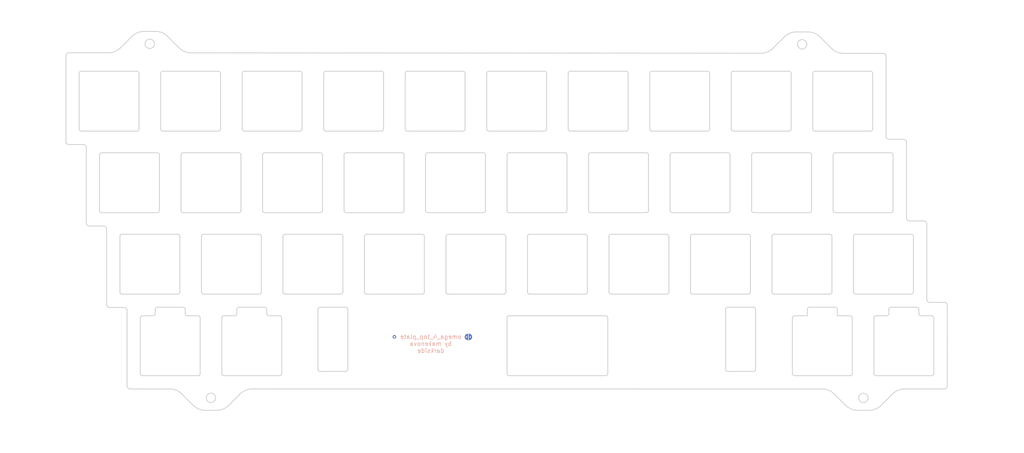
<source format=kicad_pcb>
(kicad_pcb (version 20171130) (host pcbnew "(5.1.4-0-10_14)")

  (general
    (thickness 1.6)
    (drawings 395)
    (tracks 1)
    (zones 0)
    (modules 1)
    (nets 4)
  )

  (page A4)
  (layers
    (0 F.Cu signal)
    (31 B.Cu signal)
    (32 B.Adhes user)
    (33 F.Adhes user)
    (34 B.Paste user)
    (35 F.Paste user)
    (36 B.SilkS user)
    (37 F.SilkS user)
    (38 B.Mask user)
    (39 F.Mask user)
    (40 Dwgs.User user)
    (41 Cmts.User user)
    (42 Eco1.User user)
    (43 Eco2.User user)
    (44 Edge.Cuts user)
    (45 Margin user)
    (46 B.CrtYd user)
    (47 F.CrtYd user)
    (48 B.Fab user)
    (49 F.Fab user)
  )

  (setup
    (last_trace_width 0.25)
    (trace_clearance 0.2)
    (zone_clearance 0.508)
    (zone_45_only no)
    (trace_min 0.2)
    (via_size 0.8)
    (via_drill 0.4)
    (via_min_size 0.4)
    (via_min_drill 0.3)
    (uvia_size 0.3)
    (uvia_drill 0.1)
    (uvias_allowed no)
    (uvia_min_size 0.2)
    (uvia_min_drill 0.1)
    (edge_width 0.1)
    (segment_width 0.2)
    (pcb_text_width 0.3)
    (pcb_text_size 1.5 1.5)
    (mod_edge_width 0.15)
    (mod_text_size 1 1)
    (mod_text_width 0.15)
    (pad_size 1.524 1.524)
    (pad_drill 0.762)
    (pad_to_mask_clearance 0)
    (aux_axis_origin 0 0)
    (visible_elements FFFFFF7F)
    (pcbplotparams
      (layerselection 0x010fc_ffffffff)
      (usegerberextensions false)
      (usegerberattributes false)
      (usegerberadvancedattributes false)
      (creategerberjobfile false)
      (excludeedgelayer true)
      (linewidth 0.100000)
      (plotframeref false)
      (viasonmask false)
      (mode 1)
      (useauxorigin false)
      (hpglpennumber 1)
      (hpglpenspeed 20)
      (hpglpendiameter 15.000000)
      (psnegative false)
      (psa4output false)
      (plotreference true)
      (plotvalue true)
      (plotinvisibletext false)
      (padsonsilk false)
      (subtractmaskfromsilk false)
      (outputformat 1)
      (mirror false)
      (drillshape 0)
      (scaleselection 1)
      (outputdirectory "gerber/omega4_skeleton_top_plate/"))
  )

  (net 0 "")
  (net 1 GND)
  (net 2 "Net-(JP1-Pad1)")
  (net 3 "Net-(JP1-Pad2)")

  (net_class Default "This is the default net class."
    (clearance 0.2)
    (trace_width 0.25)
    (via_dia 0.8)
    (via_drill 0.4)
    (uvia_dia 0.3)
    (uvia_drill 0.1)
    (add_net "Net-(JP1-Pad1)")
    (add_net "Net-(JP1-Pad2)")
  )

  (module Keebio-Parts:solder_jumper (layer B.Cu) (tedit 5699098E) (tstamp 5F3AF74D)
    (at 142.8 117.825 180)
    (path /5F3AA132)
    (solder_mask_margin 0.001)
    (solder_paste_margin -0.02)
    (clearance 0.001)
    (fp_text reference JP1 (at -0.508 -1.016) (layer Cmts.User) hide
      (effects (font (size 0.3 0.3) (thickness 0.03)))
    )
    (fp_text value Jumper_NO_Small (at 0 1.524) (layer B.SilkS) hide
      (effects (font (size 0.4 0.4) (thickness 0.04)) (justify mirror))
    )
    (fp_poly (pts (xy 0.1 -0.75) (xy 0.3565 -0.7048) (xy 0.5821 -0.5745) (xy 0.7495 -0.375)
      (xy 0.8386 -0.1302) (xy 0.8386 0.1302) (xy 0.7495 0.375) (xy 0.5821 0.5745)
      (xy 0.3565 0.7048) (xy 0.1 0.75) (xy 0.1 -0.75)) (layer F.Cu) (width 0.01))
    (fp_poly (pts (xy -0.1 0.75) (xy -0.3565 0.7048) (xy -0.5821 0.5745) (xy -0.7495 0.375)
      (xy -0.8386 0.1302) (xy -0.8386 -0.1302) (xy -0.7495 -0.375) (xy -0.5821 -0.5745)
      (xy -0.3565 -0.7048) (xy -0.1 -0.75) (xy -0.1 0.75)) (layer F.Cu) (width 0.01))
    (fp_poly (pts (xy 0.1 -0.75) (xy 0.3565 -0.7048) (xy 0.5821 -0.5745) (xy 0.7495 -0.375)
      (xy 0.8386 -0.1302) (xy 0.8386 0.1302) (xy 0.7495 0.375) (xy 0.5821 0.5745)
      (xy 0.3565 0.7048) (xy 0.1 0.75) (xy 0.1 -0.75)) (layer B.Cu) (width 0.01))
    (fp_poly (pts (xy -0.1 0.75) (xy -0.3565 0.7048) (xy -0.5821 0.5745) (xy -0.7495 0.375)
      (xy -0.8386 0.1302) (xy -0.8386 -0.1302) (xy -0.7495 -0.375) (xy -0.5821 -0.5745)
      (xy -0.3565 -0.7048) (xy -0.1 -0.75) (xy -0.1 0.75)) (layer B.Cu) (width 0.01))
    (pad 2 thru_hole circle (at 0.45 0 180) (size 0.4 0.4) (drill 0.3) (layers *.Cu *.Mask)
      (net 3 "Net-(JP1-Pad2)"))
    (pad 1 thru_hole circle (at -0.45 0 180) (size 0.4 0.4) (drill 0.3) (layers *.Cu *.Mask)
      (net 2 "Net-(JP1-Pad1)"))
  )

  (gr_arc (start 190.4365 88.273001) (end 189.9365 88.273001) (angle -90) (layer Edge.Cuts) (width 0.2))
  (gr_line (start 146.7865 75.273001) (end 146.7865 88.273001) (layer Edge.Cuts) (width 0.2))
  (gr_arc (start 146.2865 75.273) (end 146.7865 75.273001) (angle -90) (layer Edge.Cuts) (width 0.2))
  (gr_line (start 133.286499 74.773001) (end 146.2865 74.773001) (layer Edge.Cuts) (width 0.2))
  (gr_arc (start 133.286499 75.273001) (end 133.286499 74.773001) (angle -90) (layer Edge.Cuts) (width 0.2))
  (gr_line (start 175.3615 113.373001) (end 175.3615 126.373) (layer Edge.Cuts) (width 0.2))
  (gr_arc (start 174.861499 113.373001) (end 175.3615 113.373001) (angle -90) (layer Edge.Cuts) (width 0.2))
  (gr_arc (start 171.3865 75.273001) (end 171.3865 74.773001) (angle -90) (layer Edge.Cuts) (width 0.2))
  (gr_line (start 151.8365 126.373) (end 151.8365 113.373001) (layer Edge.Cuts) (width 0.2))
  (gr_arc (start 152.336499 126.373001) (end 151.8365 126.373) (angle -90) (layer Edge.Cuts) (width 0.2))
  (gr_line (start 152.3365 112.873001) (end 174.8615 112.873001) (layer Edge.Cuts) (width 0.2))
  (gr_arc (start 152.336499 113.373) (end 152.3365 112.873001) (angle -90) (layer Edge.Cuts) (width 0.2))
  (gr_line (start 184.8865 75.273001) (end 184.8865 88.273001) (layer Edge.Cuts) (width 0.2))
  (gr_line (start 190.4365 74.773001) (end 203.4365 74.773) (layer Edge.Cuts) (width 0.2))
  (gr_arc (start 190.4365 75.273) (end 190.4365 74.773001) (angle -90) (layer Edge.Cuts) (width 0.2))
  (gr_line (start 189.9365 88.273001) (end 189.9365 75.273001) (layer Edge.Cuts) (width 0.2))
  (gr_arc (start 171.3865 88.273) (end 170.8865 88.273001) (angle -90) (layer Edge.Cuts) (width 0.2))
  (gr_circle (center 235.113154 132.068) (end 236.213154 132.068) (layer Edge.Cuts) (width 0.2))
  (gr_arc (start 184.386499 75.273001) (end 184.8865 75.273001) (angle -90) (layer Edge.Cuts) (width 0.2))
  (gr_line (start 146.2865 88.773001) (end 133.286499 88.773001) (layer Edge.Cuts) (width 0.2))
  (gr_arc (start 146.2865 88.273001) (end 146.2865 88.773001) (angle -90) (layer Edge.Cuts) (width 0.2))
  (gr_line (start 171.3865 74.773001) (end 184.3865 74.773) (layer Edge.Cuts) (width 0.2))
  (gr_arc (start 166.623999 69.223001) (end 166.124 69.223) (angle -90) (layer Edge.Cuts) (width 0.2))
  (gr_line (start 152.3365 74.773001) (end 165.336499 74.773) (layer Edge.Cuts) (width 0.2))
  (gr_arc (start 152.3365 75.273001) (end 152.3365 74.773001) (angle -90) (layer Edge.Cuts) (width 0.2))
  (gr_arc (start 179.623999 56.223) (end 180.123999 56.223001) (angle -90) (layer Edge.Cuts) (width 0.2))
  (gr_line (start 166.624 55.723001) (end 179.623999 55.723001) (layer Edge.Cuts) (width 0.2))
  (gr_arc (start 166.624 56.223001) (end 166.624 55.723001) (angle -90) (layer Edge.Cuts) (width 0.2))
  (gr_line (start 166.124 69.223) (end 166.124 56.223001) (layer Edge.Cuts) (width 0.2))
  (gr_arc (start 165.336499 88.273) (end 165.3365 88.773001) (angle -90) (layer Edge.Cuts) (width 0.2))
  (gr_line (start 165.8365 75.273001) (end 165.8365 88.273001) (layer Edge.Cuts) (width 0.2))
  (gr_arc (start 165.336499 75.273001) (end 165.8365 75.273001) (angle -90) (layer Edge.Cuts) (width 0.2))
  (gr_line (start 203.4365 88.773001) (end 190.4365 88.773001) (layer Edge.Cuts) (width 0.2))
  (gr_arc (start 203.4365 88.273) (end 203.4365 88.773001) (angle -90) (layer Edge.Cuts) (width 0.2))
  (gr_line (start 203.9365 75.273001) (end 203.9365 88.273001) (layer Edge.Cuts) (width 0.2))
  (gr_arc (start 203.4365 75.273001) (end 203.9365 75.273001) (angle -90) (layer Edge.Cuts) (width 0.2))
  (gr_line (start 151.8365 88.273001) (end 151.8365 75.273001) (layer Edge.Cuts) (width 0.2))
  (gr_arc (start 152.3365 88.273) (end 151.8365 88.273001) (angle -90) (layer Edge.Cuts) (width 0.2))
  (gr_line (start 165.3365 88.773001) (end 152.3365 88.773001) (layer Edge.Cuts) (width 0.2))
  (gr_line (start 170.8865 88.273001) (end 170.8865 75.273001) (layer Edge.Cuts) (width 0.2))
  (gr_line (start 184.3865 88.773001) (end 171.3865 88.773001) (layer Edge.Cuts) (width 0.2))
  (gr_circle (center 82.625653 132.068) (end 83.725653 132.068) (layer Edge.Cuts) (width 0.2))
  (gr_arc (start 114.2365 88.273001) (end 113.7365 88.273001) (angle -90) (layer Edge.Cuts) (width 0.2))
  (gr_circle (center 68.325647 49.312965) (end 69.425647 49.312965) (layer Edge.Cuts) (width 0.2))
  (gr_line (start 170.099 107.823001) (end 157.099 107.823001) (layer Edge.Cuts) (width 0.2))
  (gr_arc (start 170.098999 107.323001) (end 170.099 107.823001) (angle -90) (layer Edge.Cuts) (width 0.2))
  (gr_line (start 170.599 94.323001) (end 170.598999 107.323001) (layer Edge.Cuts) (width 0.2))
  (gr_arc (start 170.098999 94.323001) (end 170.599 94.323001) (angle -90) (layer Edge.Cuts) (width 0.2))
  (gr_line (start 157.099 93.823001) (end 170.099 93.823) (layer Edge.Cuts) (width 0.2))
  (gr_arc (start 157.099 94.323001) (end 157.099 93.823001) (angle -90) (layer Edge.Cuts) (width 0.2))
  (gr_arc (start 108.1165 125.373) (end 107.616499 125.373) (angle -90) (layer Edge.Cuts) (width 0.2))
  (gr_line (start 114.116499 125.873) (end 108.116499 125.873) (layer Edge.Cuts) (width 0.2))
  (gr_arc (start 114.116499 125.373) (end 114.116499 125.873) (angle -90) (layer Edge.Cuts) (width 0.2))
  (gr_line (start 114.616499 111.373) (end 114.6165 125.373) (layer Edge.Cuts) (width 0.2))
  (gr_arc (start 114.116499 111.373) (end 114.616499 111.373) (angle -90) (layer Edge.Cuts) (width 0.2))
  (gr_line (start 108.116499 110.873) (end 114.116499 110.873) (layer Edge.Cuts) (width 0.2))
  (gr_arc (start 203.4165 111.373) (end 203.4165 110.873) (angle -90) (layer Edge.Cuts) (width 0.2))
  (gr_line (start 202.9165 125.373) (end 202.916499 111.373) (layer Edge.Cuts) (width 0.2))
  (gr_arc (start 203.4165 125.373) (end 202.9165 125.373) (angle -90) (layer Edge.Cuts) (width 0.2))
  (gr_line (start 209.4165 125.873) (end 203.4165 125.873) (layer Edge.Cuts) (width 0.2))
  (gr_arc (start 209.4165 125.373) (end 209.4165 125.873) (angle -90) (layer Edge.Cuts) (width 0.2))
  (gr_line (start 209.9165 111.373) (end 209.9165 125.373) (layer Edge.Cuts) (width 0.2))
  (gr_arc (start 209.416499 111.373) (end 209.9165 111.373) (angle -90) (layer Edge.Cuts) (width 0.2))
  (gr_line (start 203.4165 110.873) (end 209.4165 110.873) (layer Edge.Cuts) (width 0.2))
  (gr_line (start 222.0115 111.373) (end 222.0115 112.873) (layer Edge.Cuts) (width 0.2))
  (gr_arc (start 222.5115 111.373) (end 222.5115 110.873) (angle -90) (layer Edge.Cuts) (width 0.2))
  (gr_line (start 228.5115 110.873) (end 222.5115 110.873) (layer Edge.Cuts) (width 0.2))
  (gr_arc (start 228.5115 111.373) (end 229.0115 111.373) (angle -90) (layer Edge.Cuts) (width 0.2))
  (gr_line (start 229.0115 112.873) (end 229.0115 111.373) (layer Edge.Cuts) (width 0.2))
  (gr_line (start 232.0115 112.873) (end 229.0115 112.873) (layer Edge.Cuts) (width 0.2))
  (gr_arc (start 232.0115 113.373) (end 232.5115 113.373) (angle -90) (layer Edge.Cuts) (width 0.2))
  (gr_line (start 232.5115 126.373) (end 232.5115 113.373) (layer Edge.Cuts) (width 0.2))
  (gr_arc (start 232.0115 126.373001) (end 232.0115 126.873) (angle -90) (layer Edge.Cuts) (width 0.2))
  (gr_line (start 219.0115 126.873) (end 232.0115 126.873) (layer Edge.Cuts) (width 0.2))
  (gr_arc (start 219.011499 126.373001) (end 218.5115 126.373) (angle -90) (layer Edge.Cuts) (width 0.2))
  (gr_line (start 218.5115 113.373) (end 218.5115 126.373) (layer Edge.Cuts) (width 0.2))
  (gr_arc (start 219.0115 113.373001) (end 219.0115 112.873) (angle -90) (layer Edge.Cuts) (width 0.2))
  (gr_line (start 222.0115 112.873) (end 219.0115 112.873) (layer Edge.Cuts) (width 0.2))
  (gr_line (start 48.724 72.148) (end 48.724 52.098524) (layer Edge.Cuts) (width 0.2))
  (gr_arc (start 49.423999 72.148) (end 48.724 72.148) (angle -90) (layer Edge.Cuts) (width 0.2))
  (gr_line (start 52.799 72.848001) (end 49.423999 72.848) (layer Edge.Cuts) (width 0.2))
  (gr_arc (start 52.799 73.548001) (end 53.499 73.548001) (angle -90) (layer Edge.Cuts) (width 0.2))
  (gr_line (start 53.499 91.198001) (end 53.499 73.548001) (layer Edge.Cuts) (width 0.2))
  (gr_arc (start 54.199 91.198) (end 53.499 91.198001) (angle -90) (layer Edge.Cuts) (width 0.2))
  (gr_line (start 57.549 91.898001) (end 54.199 91.898) (layer Edge.Cuts) (width 0.2))
  (gr_arc (start 57.549 92.598001) (end 58.249 92.598) (angle -90) (layer Edge.Cuts) (width 0.2))
  (gr_line (start 58.249 110.223001) (end 58.249 92.598) (layer Edge.Cuts) (width 0.2))
  (gr_arc (start 58.949 110.223001) (end 58.249 110.223001) (angle -90) (layer Edge.Cuts) (width 0.2))
  (gr_line (start 62.324 110.923001) (end 58.949 110.923001) (layer Edge.Cuts) (width 0.2))
  (gr_arc (start 62.324 111.623001) (end 63.024 111.623001) (angle -90) (layer Edge.Cuts) (width 0.2))
  (gr_line (start 63.024 129.26838) (end 63.024 111.623001) (layer Edge.Cuts) (width 0.2))
  (gr_arc (start 63.724 129.26838) (end 63.024 129.26838) (angle -89.96894946) (layer Edge.Cuts) (width 0.2))
  (gr_line (start 72.978646 129.973395) (end 63.72362 129.96838) (layer Edge.Cuts) (width 0.2))
  (gr_arc (start 72.976479 133.973395) (end 75.804906 131.144968) (angle -44.96894946) (layer Edge.Cuts) (width 0.2))
  (gr_line (start 78.456364 133.796426) (end 75.804906 131.144968) (layer Edge.Cuts) (width 0.2))
  (gr_arc (start 81.284791 130.967999) (end 78.456364 133.796426) (angle -45) (layer Edge.Cuts) (width 0.2))
  (gr_line (start 83.971083 134.967999) (end 81.284791 134.967999) (layer Edge.Cuts) (width 0.2))
  (gr_arc (start 83.971083 130.967999) (end 83.971083 134.967999) (angle -45) (layer Edge.Cuts) (width 0.2))
  (gr_line (start 89.462518 131.133418) (end 86.79951 133.796426) (layer Edge.Cuts) (width 0.2))
  (gr_arc (start 92.290945 133.961845) (end 92.291314 129.961845) (angle -45.00528936) (layer Edge.Cuts) (width 0.2))
  (gr_line (start 225.465094 129.97414) (end 92.291314 129.961845) (layer Edge.Cuts) (width 0.2))
  (gr_arc (start 225.464724 133.97414) (end 228.293151 131.145712) (angle -44.99471064) (layer Edge.Cuts) (width 0.2))
  (gr_line (start 230.943865 133.796426) (end 228.293151 131.145712) (layer Edge.Cuts) (width 0.2))
  (gr_arc (start 233.772292 130.967999) (end 230.943865 133.796426) (angle -45) (layer Edge.Cuts) (width 0.2))
  (gr_line (start 236.458584 134.967999) (end 233.772292 134.967999) (layer Edge.Cuts) (width 0.2))
  (gr_arc (start 236.458584 130.967999) (end 236.458584 134.967999) (angle -45) (layer Edge.Cuts) (width 0.2))
  (gr_line (start 241.949215 131.134222) (end 239.287011 133.796426) (layer Edge.Cuts) (width 0.2))
  (gr_arc (start 244.777642 133.962649) (end 244.779951 129.96265) (angle -45.03307474) (layer Edge.Cuts) (width 0.2))
  (gr_line (start 254.011542 129.967979) (end 244.779951 129.96265) (layer Edge.Cuts) (width 0.2))
  (gr_arc (start 254.011946 129.267979) (end 254.011542 129.967979) (angle -89.99657424) (layer Edge.Cuts) (width 0.2))
  (gr_line (start 254.723936 110.448446) (end 254.711946 129.268425) (layer Edge.Cuts) (width 0.2))
  (gr_arc (start 254.023936 110.448) (end 254.723936 110.448446) (angle -90.0365005) (layer Edge.Cuts) (width 0.2))
  (gr_line (start 250.624 109.748) (end 254.023936 109.748) (layer Edge.Cuts) (width 0.2))
  (gr_arc (start 250.624 109.048) (end 249.924 109.048) (angle -90) (layer Edge.Cuts) (width 0.2))
  (gr_line (start 249.924 91.398) (end 249.924 109.048) (layer Edge.Cuts) (width 0.2))
  (gr_arc (start 249.224 91.398) (end 249.924 91.398) (angle -90) (layer Edge.Cuts) (width 0.2))
  (gr_line (start 245.874 90.698) (end 249.224 90.698) (layer Edge.Cuts) (width 0.2))
  (gr_arc (start 245.874 89.998) (end 245.174 89.998) (angle -90) (layer Edge.Cuts) (width 0.2))
  (gr_line (start 245.174 72.348) (end 245.174 89.998) (layer Edge.Cuts) (width 0.2))
  (gr_arc (start 244.474 72.348001) (end 245.174 72.348) (angle -90) (layer Edge.Cuts) (width 0.2))
  (gr_line (start 241.099 71.648) (end 244.474 71.648) (layer Edge.Cuts) (width 0.2))
  (gr_arc (start 241.098999 70.948) (end 240.399 70.948) (angle -90) (layer Edge.Cuts) (width 0.2))
  (gr_line (start 240.398999 52.247479) (end 240.399 70.948) (layer Edge.Cuts) (width 0.2))
  (gr_arc (start 239.698999 52.247479) (end 240.398999 52.247479) (angle -89.95721519) (layer Edge.Cuts) (width 0.2))
  (gr_line (start 230.464354 51.540583) (end 239.699522 51.547479) (layer Edge.Cuts) (width 0.2))
  (gr_arc (start 230.467341 47.540584) (end 227.638914 50.369011) (angle -44.95721519) (layer Edge.Cuts) (width 0.2))
  (gr_line (start 224.974516 47.704613) (end 227.638914 50.369011) (layer Edge.Cuts) (width 0.2))
  (gr_arc (start 222.146089 50.53304) (end 224.974516 47.704613) (angle -45) (layer Edge.Cuts) (width 0.2))
  (gr_line (start 219.459797 46.53304) (end 222.146089 46.53304) (layer Edge.Cuts) (width 0.2))
  (gr_arc (start 219.459797 50.53304) (end 219.459797 46.53304) (angle -45) (layer Edge.Cuts) (width 0.2))
  (gr_line (start 213.982114 50.353869) (end 216.63137 47.704613) (layer Edge.Cuts) (width 0.2))
  (gr_arc (start 211.153687 47.525442) (end 211.150537 51.525441) (angle -45.0451207) (layer Edge.Cuts) (width 0.2))
  (gr_line (start 77.989246 51.420576) (end 211.150537 51.525441) (layer Edge.Cuts) (width 0.2))
  (gr_arc (start 77.992397 47.420577) (end 75.163969 50.249004) (angle -44.9548793) (layer Edge.Cuts) (width 0.2))
  (gr_line (start 72.499504 47.584539) (end 75.163969 50.249004) (layer Edge.Cuts) (width 0.2))
  (gr_arc (start 69.671077 50.412966) (end 72.499504 47.584539) (angle -45) (layer Edge.Cuts) (width 0.2))
  (gr_line (start 66.984785 46.412966) (end 69.671077 46.412966) (layer Edge.Cuts) (width 0.2))
  (gr_arc (start 66.984785 50.412966) (end 66.984785 46.412966) (angle -45) (layer Edge.Cuts) (width 0.2))
  (gr_line (start 61.507035 50.233862) (end 64.156358 47.584539) (layer Edge.Cuts) (width 0.2))
  (gr_arc (start 58.678608 47.405435) (end 58.675621 51.405433) (angle -45.04278893) (layer Edge.Cuts) (width 0.2))
  (gr_line (start 49.424522 51.398525) (end 58.675621 51.405433) (layer Edge.Cuts) (width 0.2))
  (gr_arc (start 49.423999 52.098524) (end 49.424522 51.398525) (angle -90.04278893) (layer Edge.Cuts) (width 0.2))
  (gr_line (start 74.849 107.823001) (end 61.849 107.823001) (layer Edge.Cuts) (width 0.2))
  (gr_arc (start 74.848999 107.323) (end 74.849 107.823001) (angle -90) (layer Edge.Cuts) (width 0.2))
  (gr_line (start 75.349 94.323001) (end 75.349 107.323001) (layer Edge.Cuts) (width 0.2))
  (gr_arc (start 74.848999 94.323001) (end 75.349 94.323001) (angle -90) (layer Edge.Cuts) (width 0.2))
  (gr_line (start 61.849 93.823001) (end 74.849 93.823001) (layer Edge.Cuts) (width 0.2))
  (gr_arc (start 61.849 94.323) (end 61.849 93.823001) (angle -90) (layer Edge.Cuts) (width 0.2))
  (gr_line (start 61.349 107.323001) (end 61.349 94.323001) (layer Edge.Cuts) (width 0.2))
  (gr_arc (start 61.849 107.323) (end 61.349 107.323001) (angle -90) (layer Edge.Cuts) (width 0.2))
  (gr_line (start 237.274 56.223001) (end 237.274 69.223) (layer Edge.Cuts) (width 0.2))
  (gr_arc (start 236.774 56.223) (end 237.274 56.223001) (angle -90) (layer Edge.Cuts) (width 0.2))
  (gr_line (start 223.774 55.723001) (end 236.774 55.723) (layer Edge.Cuts) (width 0.2))
  (gr_arc (start 223.774 56.223) (end 223.774 55.723001) (angle -90) (layer Edge.Cuts) (width 0.2))
  (gr_line (start 223.274 69.223) (end 223.274 56.223001) (layer Edge.Cuts) (width 0.2))
  (gr_arc (start 223.774 69.223) (end 223.274 69.223) (angle -90) (layer Edge.Cuts) (width 0.2))
  (gr_line (start 236.774 69.723001) (end 223.774 69.723) (layer Edge.Cuts) (width 0.2))
  (gr_arc (start 236.774 69.223001) (end 236.774 69.723001) (angle -90) (layer Edge.Cuts) (width 0.2))
  (gr_line (start 118.999 93.823001) (end 131.999 93.823) (layer Edge.Cuts) (width 0.2))
  (gr_arc (start 118.999 94.323001) (end 118.999 93.823001) (angle -90) (layer Edge.Cuts) (width 0.2))
  (gr_line (start 118.499 107.323001) (end 118.499 94.323001) (layer Edge.Cuts) (width 0.2))
  (gr_arc (start 118.998999 107.323001) (end 118.499 107.323001) (angle -90) (layer Edge.Cuts) (width 0.2))
  (gr_line (start 131.999 107.823001) (end 118.999 107.823001) (layer Edge.Cuts) (width 0.2))
  (gr_arc (start 131.999 107.323001) (end 131.999 107.823001) (angle -90) (layer Edge.Cuts) (width 0.2))
  (gr_line (start 132.499 94.323001) (end 132.499 107.323001) (layer Edge.Cuts) (width 0.2))
  (gr_arc (start 131.999 94.323) (end 132.499 94.323001) (angle -90) (layer Edge.Cuts) (width 0.2))
  (gr_line (start 151.049 107.823001) (end 138.049 107.823001) (layer Edge.Cuts) (width 0.2))
  (gr_arc (start 151.049 107.323) (end 151.049 107.823001) (angle -90) (layer Edge.Cuts) (width 0.2))
  (gr_line (start 151.549 94.323001) (end 151.549 107.323001) (layer Edge.Cuts) (width 0.2))
  (gr_arc (start 151.049 94.323001) (end 151.549 94.323001) (angle -90) (layer Edge.Cuts) (width 0.2))
  (gr_line (start 138.049 93.823001) (end 151.049 93.823) (layer Edge.Cuts) (width 0.2))
  (gr_arc (start 138.048999 94.323) (end 138.049 93.823001) (angle -90) (layer Edge.Cuts) (width 0.2))
  (gr_line (start 137.549 107.323001) (end 137.549 94.323001) (layer Edge.Cuts) (width 0.2))
  (gr_arc (start 138.049 107.323) (end 137.549 107.323001) (angle -90) (layer Edge.Cuts) (width 0.2))
  (gr_line (start 108.1865 88.773001) (end 95.1865 88.773001) (layer Edge.Cuts) (width 0.2))
  (gr_arc (start 108.1865 88.273001) (end 108.1865 88.773001) (angle -90) (layer Edge.Cuts) (width 0.2))
  (gr_line (start 108.6865 75.273001) (end 108.6865 88.273001) (layer Edge.Cuts) (width 0.2))
  (gr_arc (start 108.186499 75.273001) (end 108.6865 75.273001) (angle -90) (layer Edge.Cuts) (width 0.2))
  (gr_line (start 95.186499 74.773001) (end 108.1865 74.773001) (layer Edge.Cuts) (width 0.2))
  (gr_arc (start 95.1865 75.273001) (end 95.186499 74.773001) (angle -90) (layer Edge.Cuts) (width 0.2))
  (gr_line (start 94.6865 88.273001) (end 94.6865 75.273001) (layer Edge.Cuts) (width 0.2))
  (gr_arc (start 95.1865 88.273) (end 94.6865 88.273001) (angle -90) (layer Edge.Cuts) (width 0.2))
  (gr_line (start 175.649 107.323001) (end 175.649 94.323001) (layer Edge.Cuts) (width 0.2))
  (gr_arc (start 176.149 107.323001) (end 175.649 107.323001) (angle -90) (layer Edge.Cuts) (width 0.2))
  (gr_line (start 189.149 107.823001) (end 176.149 107.823001) (layer Edge.Cuts) (width 0.2))
  (gr_arc (start 189.149 107.323001) (end 189.149 107.823001) (angle -90) (layer Edge.Cuts) (width 0.2))
  (gr_line (start 189.649 94.323001) (end 189.649 107.323001) (layer Edge.Cuts) (width 0.2))
  (gr_arc (start 189.149 94.323001) (end 189.649 94.323001) (angle -90) (layer Edge.Cuts) (width 0.2))
  (gr_line (start 176.149 93.823001) (end 189.149 93.823) (layer Edge.Cuts) (width 0.2))
  (gr_arc (start 176.149 94.323) (end 176.149 93.823001) (angle -90) (layer Edge.Cuts) (width 0.2))
  (gr_line (start 89.924 69.223) (end 89.924 56.223001) (layer Edge.Cuts) (width 0.2))
  (gr_arc (start 90.424 69.223) (end 89.924 69.223) (angle -90) (layer Edge.Cuts) (width 0.2))
  (gr_line (start 103.424 69.723) (end 90.424 69.723) (layer Edge.Cuts) (width 0.2))
  (gr_arc (start 103.423999 69.223) (end 103.424 69.723) (angle -90) (layer Edge.Cuts) (width 0.2))
  (gr_line (start 103.924 56.223001) (end 103.924 69.223) (layer Edge.Cuts) (width 0.2))
  (gr_arc (start 103.424 56.223) (end 103.924 56.223001) (angle -90) (layer Edge.Cuts) (width 0.2))
  (gr_line (start 90.423999 55.723) (end 103.424 55.723) (layer Edge.Cuts) (width 0.2))
  (gr_arc (start 90.424 56.223001) (end 90.423999 55.723) (angle -90) (layer Edge.Cuts) (width 0.2))
  (gr_line (start 204.224 69.223) (end 204.224 56.223001) (layer Edge.Cuts) (width 0.2))
  (gr_arc (start 204.724 69.223) (end 204.224 69.223) (angle -90) (layer Edge.Cuts) (width 0.2))
  (gr_line (start 217.724 69.723) (end 204.724 69.723001) (layer Edge.Cuts) (width 0.2))
  (gr_arc (start 217.724 69.223001) (end 217.724 69.723) (angle -90) (layer Edge.Cuts) (width 0.2))
  (gr_line (start 218.224 56.223001) (end 218.224 69.223) (layer Edge.Cuts) (width 0.2))
  (gr_arc (start 217.723999 56.223001) (end 218.224 56.223001) (angle -90) (layer Edge.Cuts) (width 0.2))
  (gr_line (start 204.724 55.723) (end 217.724 55.723) (layer Edge.Cuts) (width 0.2))
  (gr_arc (start 204.724 56.223001) (end 204.724 55.723) (angle -90) (layer Edge.Cuts) (width 0.2))
  (gr_line (start 71.374 55.723001) (end 84.373999 55.723) (layer Edge.Cuts) (width 0.2))
  (gr_arc (start 71.374 56.223) (end 71.374 55.723001) (angle -90) (layer Edge.Cuts) (width 0.2))
  (gr_line (start 70.874 69.223) (end 70.874 56.223001) (layer Edge.Cuts) (width 0.2))
  (gr_arc (start 71.373999 69.223001) (end 70.874 69.223) (angle -90) (layer Edge.Cuts) (width 0.2))
  (gr_line (start 84.374 69.723001) (end 71.374 69.723) (layer Edge.Cuts) (width 0.2))
  (gr_arc (start 84.373999 69.223) (end 84.374 69.723001) (angle -90) (layer Edge.Cuts) (width 0.2))
  (gr_line (start 84.874 56.223001) (end 84.874 69.223) (layer Edge.Cuts) (width 0.2))
  (gr_arc (start 84.373999 56.223001) (end 84.874 56.223001) (angle -90) (layer Edge.Cuts) (width 0.2))
  (gr_line (start 195.199 93.823001) (end 208.199 93.823001) (layer Edge.Cuts) (width 0.2))
  (gr_arc (start 195.199 94.323001) (end 195.199 93.823001) (angle -90) (layer Edge.Cuts) (width 0.2))
  (gr_line (start 194.699 107.323001) (end 194.699 94.323001) (layer Edge.Cuts) (width 0.2))
  (gr_arc (start 195.199 107.323) (end 194.699 107.323001) (angle -90) (layer Edge.Cuts) (width 0.2))
  (gr_line (start 208.199 107.823001) (end 195.199 107.823001) (layer Edge.Cuts) (width 0.2))
  (gr_arc (start 208.199 107.323001) (end 208.199 107.823001) (angle -90) (layer Edge.Cuts) (width 0.2))
  (gr_line (start 208.699 94.323001) (end 208.699 107.323001) (layer Edge.Cuts) (width 0.2))
  (gr_arc (start 208.199 94.323001) (end 208.699 94.323001) (angle -90) (layer Edge.Cuts) (width 0.2))
  (gr_line (start 147.074 69.223) (end 147.074 56.223001) (layer Edge.Cuts) (width 0.2))
  (gr_arc (start 147.574 69.223001) (end 147.074 69.223) (angle -90) (layer Edge.Cuts) (width 0.2))
  (gr_line (start 160.574 69.723) (end 147.574 69.723001) (layer Edge.Cuts) (width 0.2))
  (gr_arc (start 160.574 69.223) (end 160.574 69.723) (angle -90) (layer Edge.Cuts) (width 0.2))
  (gr_line (start 161.074 56.223001) (end 161.074 69.223) (layer Edge.Cuts) (width 0.2))
  (gr_line (start 95.1615 110.873001) (end 89.1615 110.873001) (layer Edge.Cuts) (width 0.2))
  (gr_arc (start 95.1615 111.373) (end 95.6615 111.373001) (angle -90) (layer Edge.Cuts) (width 0.2))
  (gr_line (start 95.6615 112.373001) (end 95.6615 111.373001) (layer Edge.Cuts) (width 0.2))
  (gr_arc (start 96.161499 112.373001) (end 95.6615 112.373001) (angle -90) (layer Edge.Cuts) (width 0.2))
  (gr_line (start 98.6615 112.873001) (end 96.1615 112.873001) (layer Edge.Cuts) (width 0.2))
  (gr_arc (start 98.6615 113.373) (end 99.1615 113.373001) (angle -90) (layer Edge.Cuts) (width 0.2))
  (gr_line (start 99.161499 126.373) (end 99.1615 113.373001) (layer Edge.Cuts) (width 0.2))
  (gr_line (start 65.323999 69.723001) (end 52.324 69.723001) (layer Edge.Cuts) (width 0.2))
  (gr_arc (start 65.323999 69.223) (end 65.323999 69.723001) (angle -90) (layer Edge.Cuts) (width 0.2))
  (gr_line (start 122.973999 56.223001) (end 122.973999 69.223) (layer Edge.Cuts) (width 0.2))
  (gr_arc (start 122.473999 56.223) (end 122.973999 56.223001) (angle -90) (layer Edge.Cuts) (width 0.2))
  (gr_line (start 109.474 55.723001) (end 122.473999 55.723) (layer Edge.Cuts) (width 0.2))
  (gr_arc (start 109.474 56.223) (end 109.474 55.723001) (angle -90) (layer Edge.Cuts) (width 0.2))
  (gr_line (start 108.974 69.223) (end 108.974 56.223001) (layer Edge.Cuts) (width 0.2))
  (gr_arc (start 109.474 69.223001) (end 108.974 69.223) (angle -90) (layer Edge.Cuts) (width 0.2))
  (gr_line (start 122.473999 69.723001) (end 109.474 69.723001) (layer Edge.Cuts) (width 0.2))
  (gr_arc (start 122.473999 69.223) (end 122.473999 69.723001) (angle -90) (layer Edge.Cuts) (width 0.2))
  (gr_line (start 199.174 56.223001) (end 199.174 69.223) (layer Edge.Cuts) (width 0.2))
  (gr_arc (start 198.674 56.223) (end 199.174 56.223001) (angle -90) (layer Edge.Cuts) (width 0.2))
  (gr_line (start 185.674 55.723) (end 198.674 55.723) (layer Edge.Cuts) (width 0.2))
  (gr_arc (start 185.674 56.223001) (end 185.674 55.723) (angle -90) (layer Edge.Cuts) (width 0.2))
  (gr_line (start 185.174 69.223) (end 185.174 56.223001) (layer Edge.Cuts) (width 0.2))
  (gr_arc (start 185.674 69.223) (end 185.174 69.223) (angle -90) (layer Edge.Cuts) (width 0.2))
  (gr_line (start 198.674 69.723) (end 185.674 69.723001) (layer Edge.Cuts) (width 0.2))
  (gr_arc (start 108.116499 111.373) (end 108.116499 110.873) (angle -90) (layer Edge.Cuts) (width 0.2))
  (gr_line (start 107.616499 125.373) (end 107.6165 111.373) (layer Edge.Cuts) (width 0.2))
  (gr_arc (start 88.1615 112.373001) (end 88.1615 112.873001) (angle -90) (layer Edge.Cuts) (width 0.2))
  (gr_line (start 241.5365 88.773001) (end 228.5365 88.773001) (layer Edge.Cuts) (width 0.2))
  (gr_arc (start 241.5365 88.273) (end 241.5365 88.773001) (angle -90) (layer Edge.Cuts) (width 0.2))
  (gr_line (start 242.0365 75.273001) (end 242.0365 88.273001) (layer Edge.Cuts) (width 0.2))
  (gr_arc (start 241.5365 75.273001) (end 242.0365 75.273001) (angle -90) (layer Edge.Cuts) (width 0.2))
  (gr_line (start 228.5365 74.773001) (end 241.5365 74.773) (layer Edge.Cuts) (width 0.2))
  (gr_arc (start 228.536499 75.273) (end 228.5365 74.773001) (angle -90) (layer Edge.Cuts) (width 0.2))
  (gr_line (start 228.0365 88.273001) (end 228.0365 75.273001) (layer Edge.Cuts) (width 0.2))
  (gr_arc (start 228.536499 88.273001) (end 228.0365 88.273001) (angle -90) (layer Edge.Cuts) (width 0.2))
  (gr_circle (center 220.800659 49.43304) (end 221.900659 49.43304) (layer Edge.Cuts) (width 0.2))
  (gr_line (start 70.0865 88.773001) (end 57.0865 88.773001) (layer Edge.Cuts) (width 0.2))
  (gr_arc (start 70.086499 88.273001) (end 70.0865 88.773001) (angle -90) (layer Edge.Cuts) (width 0.2))
  (gr_line (start 70.5865 75.273001) (end 70.586499 88.273001) (layer Edge.Cuts) (width 0.2))
  (gr_arc (start 70.0865 75.273) (end 70.5865 75.273001) (angle -90) (layer Edge.Cuts) (width 0.2))
  (gr_line (start 57.0865 74.773001) (end 70.0865 74.773001) (layer Edge.Cuts) (width 0.2))
  (gr_arc (start 57.086499 75.273) (end 57.0865 74.773001) (angle -90) (layer Edge.Cuts) (width 0.2))
  (gr_line (start 56.586499 88.273001) (end 56.5865 75.273001) (layer Edge.Cuts) (width 0.2))
  (gr_arc (start 57.0865 88.273001) (end 56.586499 88.273001) (angle -90) (layer Edge.Cuts) (width 0.2))
  (gr_line (start 214.249 93.823001) (end 227.249 93.823) (layer Edge.Cuts) (width 0.2))
  (gr_arc (start 214.249 94.323001) (end 214.249 93.823001) (angle -90) (layer Edge.Cuts) (width 0.2))
  (gr_line (start 213.749 107.323001) (end 213.749 94.323001) (layer Edge.Cuts) (width 0.2))
  (gr_arc (start 214.249 107.323) (end 213.749 107.323001) (angle -90) (layer Edge.Cuts) (width 0.2))
  (gr_line (start 227.249 107.823) (end 214.249 107.823001) (layer Edge.Cuts) (width 0.2))
  (gr_arc (start 227.249 107.323001) (end 227.249 107.823) (angle -90) (layer Edge.Cuts) (width 0.2))
  (gr_arc (start 66.6115 126.373) (end 66.1115 126.373) (angle -90) (layer Edge.Cuts) (width 0.2))
  (gr_line (start 66.1115 113.373001) (end 66.1115 126.373) (layer Edge.Cuts) (width 0.2))
  (gr_arc (start 66.611499 113.373) (end 66.6115 112.873001) (angle -90) (layer Edge.Cuts) (width 0.2))
  (gr_line (start 69.111499 112.873001) (end 66.6115 112.873001) (layer Edge.Cuts) (width 0.2))
  (gr_arc (start 69.111499 112.373) (end 69.111499 112.873001) (angle -90) (layer Edge.Cuts) (width 0.2))
  (gr_line (start 88.6615 111.373001) (end 88.6615 112.373001) (layer Edge.Cuts) (width 0.2))
  (gr_arc (start 89.1615 111.373001) (end 89.1615 110.873001) (angle -90) (layer Edge.Cuts) (width 0.2))
  (gr_arc (start 160.574 56.223001) (end 161.074 56.223001) (angle -90) (layer Edge.Cuts) (width 0.2))
  (gr_line (start 147.574 55.723001) (end 160.574 55.723) (layer Edge.Cuts) (width 0.2))
  (gr_arc (start 147.573999 56.223) (end 147.574 55.723001) (angle -90) (layer Edge.Cuts) (width 0.2))
  (gr_arc (start 98.6615 126.373001) (end 98.6615 126.873) (angle -90) (layer Edge.Cuts) (width 0.2))
  (gr_line (start 85.6615 126.873) (end 98.6615 126.873) (layer Edge.Cuts) (width 0.2))
  (gr_arc (start 85.6615 126.373001) (end 85.1615 126.373) (angle -90) (layer Edge.Cuts) (width 0.2))
  (gr_line (start 156.599 107.323001) (end 156.599 94.323001) (layer Edge.Cuts) (width 0.2))
  (gr_arc (start 157.099 107.323001) (end 156.599 107.323001) (angle -90) (layer Edge.Cuts) (width 0.2))
  (gr_line (start 246.799 94.323001) (end 246.799 107.322999) (layer Edge.Cuts) (width 0.2))
  (gr_arc (start 246.299 94.323) (end 246.799 94.323001) (angle -90) (layer Edge.Cuts) (width 0.2))
  (gr_line (start 233.299 93.823001) (end 246.299 93.823001) (layer Edge.Cuts) (width 0.2))
  (gr_arc (start 233.298999 94.323) (end 233.299 93.823001) (angle -90) (layer Edge.Cuts) (width 0.2))
  (gr_line (start 232.799 107.323001) (end 232.799 94.323001) (layer Edge.Cuts) (width 0.2))
  (gr_arc (start 233.298999 107.323001) (end 232.799 107.323001) (angle -90) (layer Edge.Cuts) (width 0.2))
  (gr_line (start 246.299 107.823001) (end 233.299 107.823) (layer Edge.Cuts) (width 0.2))
  (gr_arc (start 246.298999 107.323) (end 246.299 107.823001) (angle -90) (layer Edge.Cuts) (width 0.2))
  (gr_line (start 237.5615 113.373001) (end 237.5615 126.373) (layer Edge.Cuts) (width 0.2))
  (gr_arc (start 238.0615 113.373001) (end 238.0615 112.873001) (angle -90) (layer Edge.Cuts) (width 0.2))
  (gr_line (start 240.5615 112.873001) (end 238.0615 112.873001) (layer Edge.Cuts) (width 0.2))
  (gr_arc (start 247.561499 111.373001) (end 248.0615 111.373001) (angle -90) (layer Edge.Cuts) (width 0.2))
  (gr_line (start 248.061499 112.373001) (end 248.0615 111.373001) (layer Edge.Cuts) (width 0.2))
  (gr_arc (start 248.5615 112.373) (end 248.061499 112.373001) (angle -90) (layer Edge.Cuts) (width 0.2))
  (gr_line (start 127.2365 88.773001) (end 114.2365 88.773001) (layer Edge.Cuts) (width 0.2))
  (gr_arc (start 127.236499 88.273) (end 127.2365 88.773001) (angle -90) (layer Edge.Cuts) (width 0.2))
  (gr_line (start 127.7365 75.273001) (end 127.7365 88.273001) (layer Edge.Cuts) (width 0.2))
  (gr_arc (start 127.2365 75.273001) (end 127.7365 75.273001) (angle -90) (layer Edge.Cuts) (width 0.2))
  (gr_line (start 114.2365 74.773001) (end 127.2365 74.773001) (layer Edge.Cuts) (width 0.2))
  (gr_arc (start 114.2365 75.273001) (end 114.2365 74.773001) (angle -90) (layer Edge.Cuts) (width 0.2))
  (gr_line (start 113.7365 88.273001) (end 113.7365 75.273001) (layer Edge.Cuts) (width 0.2))
  (gr_arc (start 184.386499 88.273) (end 184.3865 88.773001) (angle -90) (layer Edge.Cuts) (width 0.2))
  (gr_line (start 141.523999 69.723) (end 128.523999 69.723) (layer Edge.Cuts) (width 0.2))
  (gr_arc (start 141.524 69.223) (end 141.523999 69.723) (angle -90) (layer Edge.Cuts) (width 0.2))
  (gr_line (start 142.024 56.223001) (end 142.024 69.223) (layer Edge.Cuts) (width 0.2))
  (gr_arc (start 141.524 56.223001) (end 142.024 56.223001) (angle -90) (layer Edge.Cuts) (width 0.2))
  (gr_line (start 128.523999 55.723) (end 141.524 55.723) (layer Edge.Cuts) (width 0.2))
  (gr_arc (start 128.524 56.223001) (end 128.523999 55.723) (angle -90) (layer Edge.Cuts) (width 0.2))
  (gr_line (start 128.024 69.223) (end 128.024 56.223001) (layer Edge.Cuts) (width 0.2))
  (gr_arc (start 128.524 69.223001) (end 128.024 69.223) (angle -90) (layer Edge.Cuts) (width 0.2))
  (gr_line (start 94.398999 94.323001) (end 94.399 107.323001) (layer Edge.Cuts) (width 0.2))
  (gr_arc (start 93.898999 94.323) (end 94.398999 94.323001) (angle -90) (layer Edge.Cuts) (width 0.2))
  (gr_line (start 227.749 94.323001) (end 227.749 107.323001) (layer Edge.Cuts) (width 0.2))
  (gr_arc (start 227.248999 94.323) (end 227.749 94.323001) (angle -90) (layer Edge.Cuts) (width 0.2))
  (gr_line (start 179.623999 69.723001) (end 166.624 69.723001) (layer Edge.Cuts) (width 0.2))
  (gr_arc (start 179.623999 69.223) (end 179.623999 69.723001) (angle -90) (layer Edge.Cuts) (width 0.2))
  (gr_line (start 180.123999 56.223001) (end 180.123999 69.223) (layer Edge.Cuts) (width 0.2))
  (gr_line (start 132.786499 88.273001) (end 132.786499 75.273001) (layer Edge.Cuts) (width 0.2))
  (gr_arc (start 133.2865 88.273001) (end 132.786499 88.273001) (angle -90) (layer Edge.Cuts) (width 0.2))
  (gr_line (start 174.861499 126.873) (end 152.3365 126.873001) (layer Edge.Cuts) (width 0.2))
  (gr_arc (start 174.861499 126.373) (end 174.861499 126.873) (angle -90) (layer Edge.Cuts) (width 0.2))
  (gr_line (start 209.4865 74.773001) (end 222.4865 74.773001) (layer Edge.Cuts) (width 0.2))
  (gr_arc (start 209.4865 75.273001) (end 209.4865 74.773001) (angle -90) (layer Edge.Cuts) (width 0.2))
  (gr_line (start 208.9865 88.273001) (end 208.9865 75.273001) (layer Edge.Cuts) (width 0.2))
  (gr_arc (start 209.4865 88.273001) (end 208.9865 88.273001) (angle -90) (layer Edge.Cuts) (width 0.2))
  (gr_line (start 222.4865 88.773001) (end 209.4865 88.773001) (layer Edge.Cuts) (width 0.2))
  (gr_arc (start 222.486499 88.273) (end 222.4865 88.773001) (angle -90) (layer Edge.Cuts) (width 0.2))
  (gr_line (start 222.9865 75.273001) (end 222.9865 88.273001) (layer Edge.Cuts) (width 0.2))
  (gr_arc (start 222.4865 75.273) (end 222.9865 75.273001) (angle -90) (layer Edge.Cuts) (width 0.2))
  (gr_line (start 76.1365 74.773001) (end 89.1365 74.773001) (layer Edge.Cuts) (width 0.2))
  (gr_arc (start 76.136499 75.273) (end 76.1365 74.773001) (angle -90) (layer Edge.Cuts) (width 0.2))
  (gr_line (start 75.6365 88.273001) (end 75.6365 75.273001) (layer Edge.Cuts) (width 0.2))
  (gr_arc (start 76.1365 88.273001) (end 75.6365 88.273001) (angle -90) (layer Edge.Cuts) (width 0.2))
  (gr_line (start 89.1365 88.773001) (end 76.1365 88.773001) (layer Edge.Cuts) (width 0.2))
  (gr_arc (start 89.1365 88.273) (end 89.1365 88.773001) (angle -90) (layer Edge.Cuts) (width 0.2))
  (gr_line (start 89.6365 75.273001) (end 89.6365 88.273001) (layer Edge.Cuts) (width 0.2))
  (gr_arc (start 89.1365 75.273001) (end 89.6365 75.273001) (angle -90) (layer Edge.Cuts) (width 0.2))
  (gr_line (start 113.449 94.323001) (end 113.449 107.323001) (layer Edge.Cuts) (width 0.2))
  (gr_arc (start 112.948999 94.323001) (end 113.449 94.323001) (angle -90) (layer Edge.Cuts) (width 0.2))
  (gr_line (start 99.949 93.823001) (end 112.949 93.823) (layer Edge.Cuts) (width 0.2))
  (gr_arc (start 99.948999 94.323) (end 99.949 93.823001) (angle -90) (layer Edge.Cuts) (width 0.2))
  (gr_line (start 99.449 107.323001) (end 99.449 94.323001) (layer Edge.Cuts) (width 0.2))
  (gr_arc (start 99.948999 107.323001) (end 99.449 107.323001) (angle -90) (layer Edge.Cuts) (width 0.2))
  (gr_line (start 112.949 107.823001) (end 99.949 107.823001) (layer Edge.Cuts) (width 0.2))
  (gr_arc (start 112.949 107.323) (end 112.949 107.823001) (angle -90) (layer Edge.Cuts) (width 0.2))
  (gr_line (start 65.823999 56.223001) (end 65.824 69.223) (layer Edge.Cuts) (width 0.2))
  (gr_arc (start 65.323999 56.223) (end 65.823999 56.223001) (angle -90) (layer Edge.Cuts) (width 0.2))
  (gr_line (start 52.324 55.723001) (end 65.323999 55.723) (layer Edge.Cuts) (width 0.2))
  (gr_arc (start 52.324 56.223001) (end 52.324 55.723001) (angle -90) (layer Edge.Cuts) (width 0.2))
  (gr_line (start 51.823999 69.223) (end 51.824 56.223001) (layer Edge.Cuts) (width 0.2))
  (gr_arc (start 52.324 69.223) (end 51.823999 69.223) (angle -90) (layer Edge.Cuts) (width 0.2))
  (gr_line (start 80.899 93.823001) (end 93.899 93.823001) (layer Edge.Cuts) (width 0.2))
  (gr_arc (start 80.899 94.323001) (end 80.899 93.823001) (angle -90) (layer Edge.Cuts) (width 0.2))
  (gr_line (start 80.399 107.323001) (end 80.399 94.323001) (layer Edge.Cuts) (width 0.2))
  (gr_arc (start 80.899 107.323) (end 80.399 107.323001) (angle -90) (layer Edge.Cuts) (width 0.2))
  (gr_line (start 93.899 107.823001) (end 80.899 107.823001) (layer Edge.Cuts) (width 0.2))
  (gr_arc (start 93.899 107.323001) (end 93.899 107.823001) (angle -90) (layer Edge.Cuts) (width 0.2))
  (gr_line (start 251.0615 112.873) (end 248.561499 112.873001) (layer Edge.Cuts) (width 0.2))
  (gr_arc (start 251.0615 113.373) (end 251.5615 113.373001) (angle -90) (layer Edge.Cuts) (width 0.2))
  (gr_line (start 251.5615 126.373) (end 251.5615 113.373001) (layer Edge.Cuts) (width 0.2))
  (gr_arc (start 251.0615 126.373001) (end 251.0615 126.873) (angle -90) (layer Edge.Cuts) (width 0.2))
  (gr_line (start 238.0615 126.873) (end 251.0615 126.873) (layer Edge.Cuts) (width 0.2))
  (gr_arc (start 238.061499 126.373001) (end 237.5615 126.373) (angle -90) (layer Edge.Cuts) (width 0.2))
  (gr_arc (start 240.5615 112.373) (end 240.5615 112.873001) (angle -90) (layer Edge.Cuts) (width 0.2))
  (gr_line (start 241.061499 111.373001) (end 241.0615 112.373001) (layer Edge.Cuts) (width 0.2))
  (gr_arc (start 241.5615 111.373001) (end 241.5615 110.873001) (angle -90) (layer Edge.Cuts) (width 0.2))
  (gr_line (start 247.5615 110.873) (end 241.5615 110.873001) (layer Edge.Cuts) (width 0.2))
  (gr_line (start 85.1615 113.373001) (end 85.1615 126.373) (layer Edge.Cuts) (width 0.2))
  (gr_arc (start 85.661499 113.373) (end 85.6615 112.873001) (angle -90) (layer Edge.Cuts) (width 0.2))
  (gr_line (start 88.1615 112.873001) (end 85.6615 112.873001) (layer Edge.Cuts) (width 0.2))
  (gr_arc (start 198.674 69.223001) (end 198.674 69.723) (angle -90) (layer Edge.Cuts) (width 0.2))
  (gr_line (start 69.6115 111.373001) (end 69.611499 112.373001) (layer Edge.Cuts) (width 0.2))
  (gr_arc (start 70.111499 111.373) (end 70.111499 110.873001) (angle -90) (layer Edge.Cuts) (width 0.2))
  (gr_line (start 76.111499 110.873) (end 70.111499 110.873001) (layer Edge.Cuts) (width 0.2))
  (gr_arc (start 76.111499 111.373) (end 76.611499 111.373) (angle -90) (layer Edge.Cuts) (width 0.2))
  (gr_line (start 76.611499 112.373001) (end 76.611499 111.373) (layer Edge.Cuts) (width 0.2))
  (gr_arc (start 77.111499 112.373001) (end 76.611499 112.373001) (angle -90) (layer Edge.Cuts) (width 0.2))
  (gr_line (start 79.6115 112.873001) (end 77.111499 112.873001) (layer Edge.Cuts) (width 0.2))
  (gr_arc (start 79.6115 113.373001) (end 80.1115 113.373) (angle -90) (layer Edge.Cuts) (width 0.2))
  (gr_line (start 80.1115 126.373) (end 80.1115 113.373) (layer Edge.Cuts) (width 0.2))
  (gr_arc (start 79.6115 126.373) (end 79.6115 126.873) (angle -90) (layer Edge.Cuts) (width 0.2))
  (gr_line (start 66.6115 126.873) (end 79.6115 126.873) (layer Edge.Cuts) (width 0.2))
  (gr_text "omega_4_top_plate\nby makenova\ndarkside" (at 134 119.4) (layer B.SilkS)
    (effects (font (size 1 1) (thickness 0.15)) (justify mirror))
  )

  (via (at 125.5 117.8) (size 0.8) (drill 0.4) (layers F.Cu B.Cu) (net 0))

  (zone (net 1) (net_name GND) (layer B.Cu) (tstamp 5FA18F07) (hatch edge 0.508)
    (connect_pads (clearance 0.508))
    (min_thickness 0.254)
    (fill yes (arc_segments 32) (thermal_gap 0.508) (thermal_bridge_width 0.508))
    (polygon
      (pts
        (xy 38.175 44.75) (xy 266.05 44.95) (xy 266.2 138.075) (xy 38.125 138.2)
      )
    )
  )
  (zone (net 1) (net_name GND) (layer F.Cu) (tstamp 5FA18F04) (hatch edge 0.508)
    (connect_pads (clearance 0.508))
    (min_thickness 0.254)
    (fill yes (arc_segments 32) (thermal_gap 0.508) (thermal_bridge_width 0.508))
    (polygon
      (pts
        (xy 33.625 39.075) (xy 272.65 39.075) (xy 272.65 144.9) (xy 33.325 144.975)
      )
    )
  )
)

</source>
